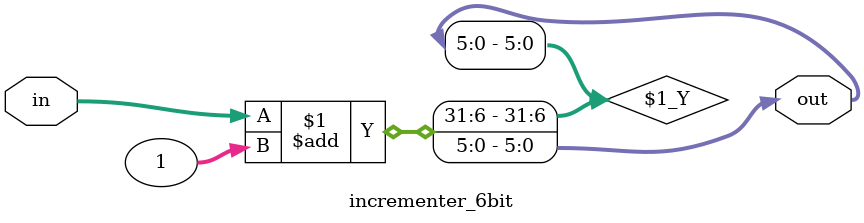
<source format=v>
`timescale 1ns / 1ps


module incrementer_6bit(
        input [5:0] in,
        output [5:0] out
);

    assign out = in + 1;

endmodule

</source>
